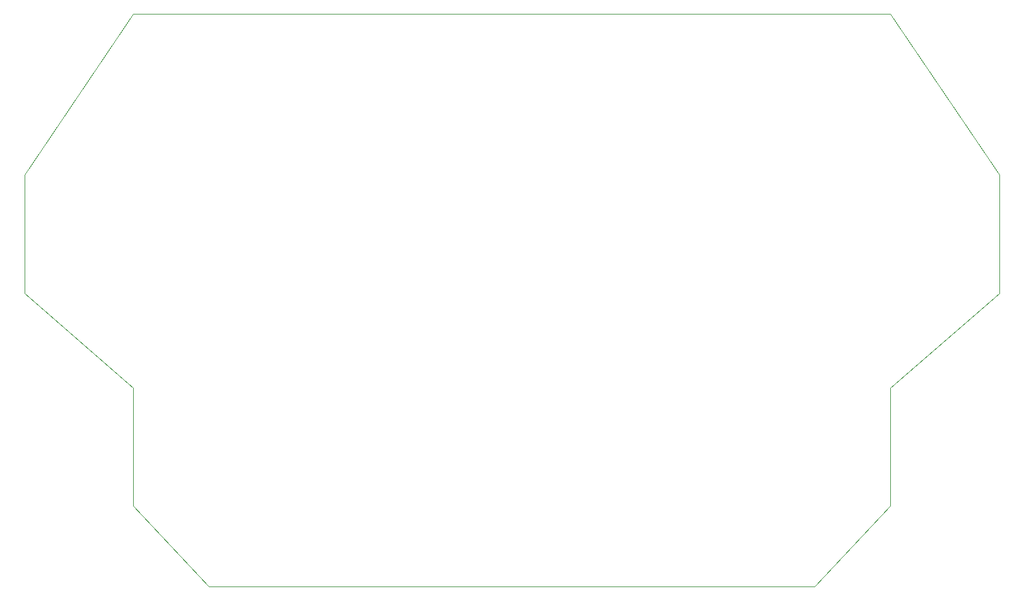
<source format=gbr>
%TF.GenerationSoftware,KiCad,Pcbnew,6.0.4-6f826c9f35~116~ubuntu18.04.1*%
%TF.CreationDate,2022-06-21T09:58:33-04:00*%
%TF.ProjectId,Makers-Unified-Controller,4d616b65-7273-42d5-956e-69666965642d,rev?*%
%TF.SameCoordinates,Original*%
%TF.FileFunction,Profile,NP*%
%FSLAX46Y46*%
G04 Gerber Fmt 4.6, Leading zero omitted, Abs format (unit mm)*
G04 Created by KiCad (PCBNEW 6.0.4-6f826c9f35~116~ubuntu18.04.1) date 2022-06-21 09:58:33*
%MOMM*%
%LPD*%
G01*
G04 APERTURE LIST*
%TA.AperFunction,Profile*%
%ADD10C,0.050000*%
%TD*%
G04 APERTURE END LIST*
D10*
X110490000Y-102235000D02*
X110490000Y-118110000D01*
X110490000Y-118110000D02*
X120650000Y-128905000D01*
X95885000Y-73660000D02*
X95885000Y-89535000D01*
X201930000Y-128905000D02*
X212090000Y-118110000D01*
X226695000Y-89535000D02*
X226695000Y-73660000D01*
X212090000Y-52070000D02*
X110490000Y-52070000D01*
X212090000Y-102235000D02*
X226695000Y-89535000D01*
X212090000Y-118110000D02*
X212090000Y-102235000D01*
X95885000Y-89535000D02*
X110490000Y-102235000D01*
X201930000Y-128905000D02*
X120650000Y-128905000D01*
X226695000Y-73660000D02*
X212090000Y-52070000D01*
X110490000Y-52070000D02*
X95885000Y-73660000D01*
M02*

</source>
